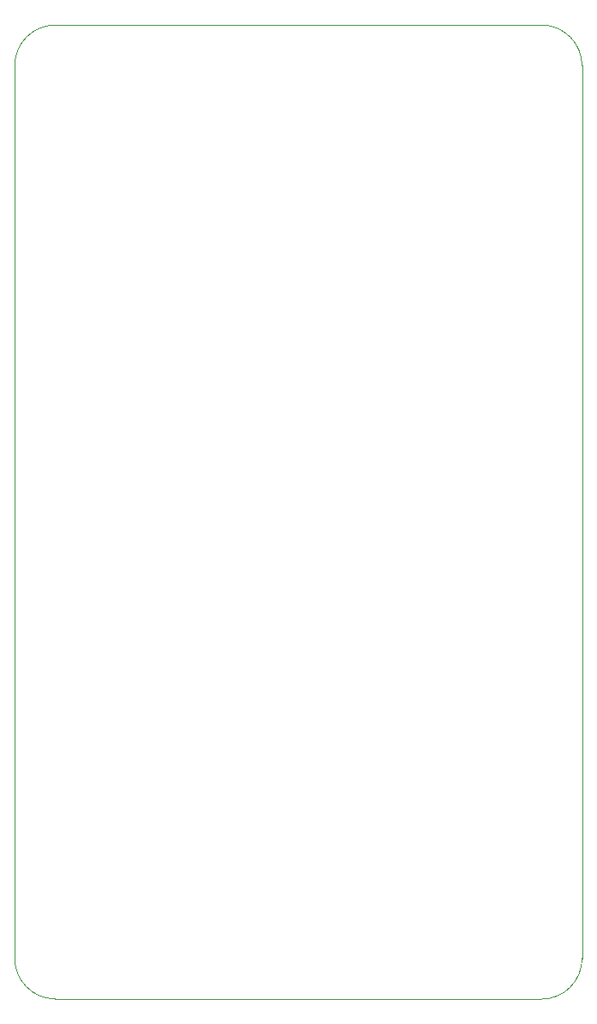
<source format=gbr>
%TF.GenerationSoftware,KiCad,Pcbnew,6.0.10-86aedd382b~118~ubuntu20.04.1*%
%TF.CreationDate,2023-03-12T18:50:47-04:00*%
%TF.ProjectId,coco_serial_rtc,636f636f-5f73-4657-9269-616c5f727463,1.0.0*%
%TF.SameCoordinates,Original*%
%TF.FileFunction,Profile,NP*%
%FSLAX46Y46*%
G04 Gerber Fmt 4.6, Leading zero omitted, Abs format (unit mm)*
G04 Created by KiCad (PCBNEW 6.0.10-86aedd382b~118~ubuntu20.04.1) date 2023-03-12 18:50:47*
%MOMM*%
%LPD*%
G01*
G04 APERTURE LIST*
%TA.AperFunction,Profile*%
%ADD10C,0.100000*%
%TD*%
G04 APERTURE END LIST*
D10*
X109860000Y-142300000D02*
X109860000Y-54325000D01*
X161860000Y-146325000D02*
X113860000Y-146300000D01*
X165860000Y-54325000D02*
X165860000Y-142325000D01*
X113860000Y-50325000D02*
X161860000Y-50325000D01*
X161860000Y-146325000D02*
G75*
G03*
X165860000Y-142325000I0J4000000D01*
G01*
X109860000Y-142300000D02*
G75*
G03*
X113860000Y-146300000I4000000J0D01*
G01*
X113860000Y-50325000D02*
G75*
G03*
X109860000Y-54325000I0J-4000000D01*
G01*
X165860000Y-54325000D02*
G75*
G03*
X161860000Y-50325000I-4000000J0D01*
G01*
M02*

</source>
